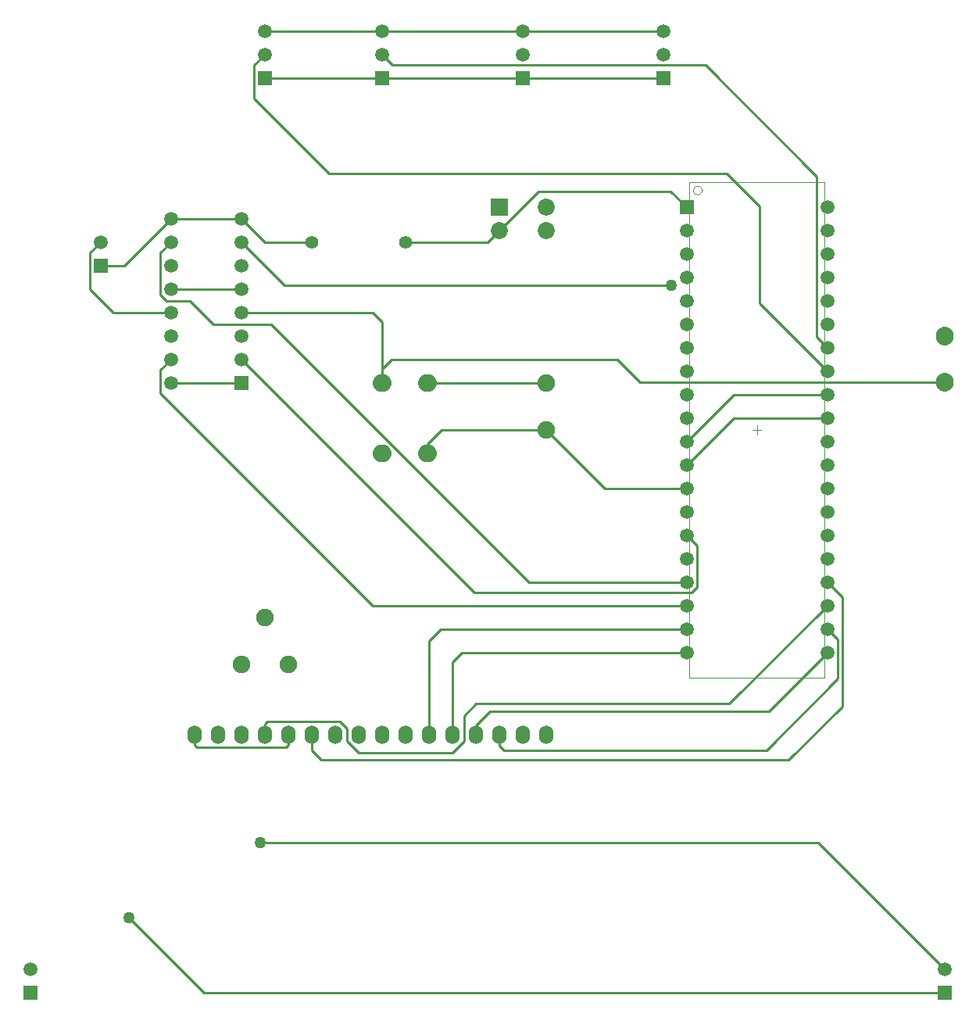
<source format=gbl>
%FSTAX23Y23*%
%MOIN*%
%SFA1B1*%

%IPPOS*%
%ADD14C,0.010000*%
%ADD16C,0.003940*%
%ADD30R,0.059060X0.059060*%
%ADD31C,0.059060*%
%ADD32R,0.059060X0.059060*%
%ADD33O,0.075000X0.080000*%
%ADD34O,0.060000X0.080000*%
%ADD35O,0.080000X0.075000*%
%ADD36C,0.075000*%
%ADD37C,0.059060*%
%ADD38R,0.059060X0.059060*%
%ADD39C,0.055120*%
%ADD40C,0.072840*%
%ADD41R,0.072840X0.072840*%
%ADD42C,0.050000*%
G54D14*
X043Y0396D02*
Y0416D01*
X03355Y04455D02*
X034Y045D01*
X03355Y04275D02*
Y04455D01*
Y04275D02*
X0338Y0425D01*
X03482*
X03582Y0415*
X03827*
X04927Y0305*
X056*
X05911Y04239D02*
X062Y0395D01*
X05911Y04239D02*
Y04653D01*
X0577Y04794D02*
X05911Y04653D01*
X04075Y04794D02*
X0577D01*
X03755Y05114D02*
X04075Y04794D01*
X03755Y05114D02*
Y05255D01*
X038Y053*
X04556Y037D02*
X05D01*
X04496Y0364D02*
X04556Y037D01*
X04496Y036D02*
Y0364D01*
X0354Y013D02*
X067D01*
X0322Y0162D02*
X0354Y013D01*
X038Y024D02*
Y02445D01*
X0381Y02455*
X0412*
X0415Y02425*
Y02373D02*
Y02425D01*
Y02373D02*
X042Y02323D01*
X046*
X0465Y02373*
Y0248*
X04702Y02532*
X05782*
X062Y0295*
X044Y045D02*
X0475D01*
X048Y0455*
X056Y0365D02*
X058Y0385D01*
X062*
X038Y045D02*
X04D01*
X037Y046D02*
X038Y045D01*
X062Y0285D02*
X06245Y02805D01*
Y02639D02*
Y02805D01*
X0594Y02334D02*
X06245Y02639D01*
X0482Y02334D02*
X0594D01*
X048Y02354D02*
X0482Y02334D01*
X048Y02354D02*
Y024D01*
X062Y0305D02*
X06265Y02985D01*
Y02521D02*
Y02985D01*
X06036Y02292D02*
X06265Y02521D01*
X0404Y02292D02*
X06036D01*
X04Y02332D02*
X0404Y02292D01*
X04Y02332D02*
Y024D01*
X06155Y04095D02*
X062Y0405D01*
X06155Y04095D02*
Y0478D01*
X0568Y05255D02*
X06155Y0478D01*
X04345Y05255D02*
X0568D01*
X043Y053D02*
X04345Y05255D01*
X03885Y04315D02*
X05536D01*
X037Y045D02*
X03885Y04315D01*
X056Y0325D02*
X05645Y03205D01*
Y0303D02*
Y03205D01*
X0562Y03005D02*
X05645Y0303D01*
X04695Y03005D02*
X0562D01*
X037Y04D02*
X04695Y03005D01*
X03156Y042D02*
X034D01*
X03055Y04301D02*
X03156Y042D01*
X03055Y04301D02*
Y04455D01*
X031Y045*
X05951Y02501D02*
X062Y0275D01*
X0476Y02501D02*
X05951D01*
X047Y02441D02*
X0476Y02501D01*
X047Y024D02*
Y02441D01*
X0378Y0194D02*
X0616D01*
X067Y014*
X0426Y0295D02*
X056D01*
X03355Y03855D02*
X0426Y0295D01*
X03355Y03855D02*
Y03955D01*
X034Y04*
X0426Y042D02*
X043Y0416D01*
X037Y042D02*
X0426D01*
X054Y03903D02*
X067D01*
X05304Y04D02*
X054Y03903D01*
X0434Y04D02*
X05304D01*
X043Y0396D02*
X0434Y04D01*
X043Y039D02*
Y0396D01*
X031Y044D02*
X032D01*
X034Y046*
X0525Y0345D02*
X056D01*
X05Y037D02*
X0525Y0345D01*
X0455Y0285D02*
X056D01*
X045Y028D02*
X0455Y0285D01*
X045Y024D02*
Y028D01*
X0464Y0275D02*
X056D01*
X046Y0271D02*
X0464Y0275D01*
X046Y024D02*
Y0271D01*
X058Y0375D02*
X062D01*
X056Y0355D02*
X058Y0375D01*
X048Y0455D02*
X04968Y04718D01*
X05532*
X056Y0465*
X035Y02355D02*
Y024D01*
Y02355D02*
X0351Y02345D01*
X0389*
X039Y02355*
Y024*
X049Y054D02*
X055D01*
X043D02*
X049D01*
X038D02*
X043D01*
X034Y043D02*
X037D01*
X04496Y039D02*
X05D01*
X049Y052D02*
X055D01*
X043D02*
X049D01*
X038D02*
X043D01*
X034Y039D02*
X037D01*
X034Y046D02*
X037D01*
G54D16*
X05667Y04721D02*
D01*
D01*
G75*
G03X05628I-00019J0D01*
G74*G01*
D01*
G75*
G03X05667I00019J0D01*
G74*G01*
X05612Y02642D02*
Y04757D01*
X06187Y02642D02*
Y04757D01*
X05612D02*
X06187D01*
X05612Y02642D02*
X06187D01*
X0588Y037D02*
X05919D01*
X059Y0368D02*
Y03719D01*
G54D30*
X038Y052D03*
X043D03*
X049D03*
X055D03*
X028Y013D03*
X067D03*
X031Y044D03*
G54D31*
X038Y053D03*
Y054D03*
X043Y053D03*
Y054D03*
X049Y053D03*
Y054D03*
X055Y053D03*
Y054D03*
X056Y0455D03*
Y0445D03*
Y0435D03*
Y0425D03*
Y0415D03*
Y0405D03*
Y0395D03*
Y0385D03*
Y0375D03*
Y0365D03*
Y0355D03*
Y0345D03*
Y0335D03*
Y0325D03*
Y0315D03*
Y0305D03*
Y0295D03*
Y0285D03*
Y0275D03*
X062Y0465D03*
Y0455D03*
Y0445D03*
Y0435D03*
Y0425D03*
Y0415D03*
Y0405D03*
Y0395D03*
Y0385D03*
Y0375D03*
Y0365D03*
Y0355D03*
Y0345D03*
Y0335D03*
Y0325D03*
Y0315D03*
Y0305D03*
Y0295D03*
Y0285D03*
Y0275D03*
X028Y014D03*
X067D03*
X031Y045D03*
G54D32*
X056Y0465D03*
G54D33*
X067Y041D03*
Y03903D03*
G54D34*
X04Y024D03*
X041D03*
X042D03*
X039D03*
X036D03*
X037D03*
X038D03*
X043D03*
X048D03*
X049D03*
X05D03*
X047D03*
X044D03*
X045D03*
X046D03*
X035D03*
G54D35*
X043Y039D03*
X04496D03*
X043Y036D03*
X04496D03*
G54D36*
X05Y037D03*
Y039D03*
X039Y027D03*
X038Y029D03*
X037Y027D03*
G54D37*
X034Y046D03*
Y045D03*
Y044D03*
Y043D03*
Y042D03*
Y041D03*
Y04D03*
Y039D03*
X037Y046D03*
Y045D03*
Y044D03*
Y043D03*
Y042D03*
Y041D03*
Y04D03*
G54D38*
X037Y039D03*
G54D39*
X04Y045D03*
X044D03*
G54D40*
X048Y0455D03*
X05D03*
Y0465D03*
G54D41*
X048Y0465D03*
G54D42*
X0322Y0162D03*
X05536Y04315D03*
X0378Y0194D03*
M02*
</source>
